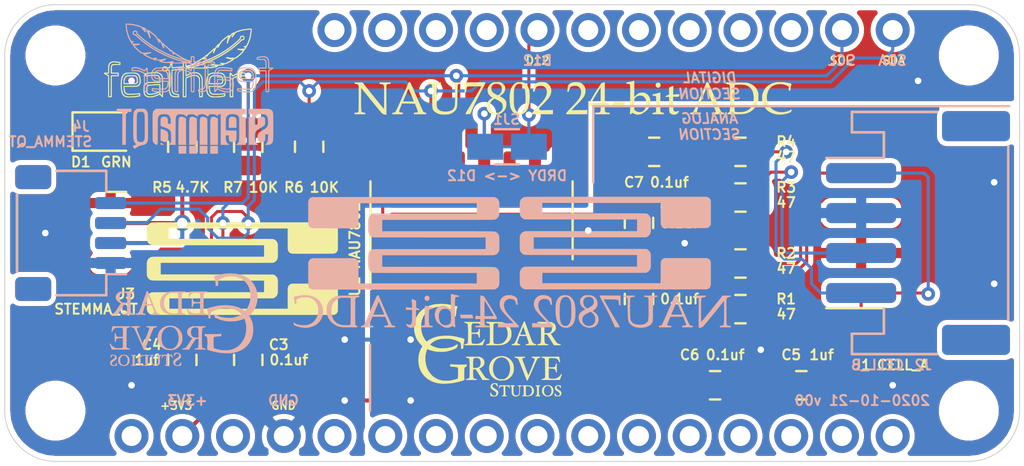
<source format=kicad_pcb>
(kicad_pcb (version 20171130) (host pcbnew "(5.1.6-0-10_14)")
  (title_block (title NAU7802_24-bit_ADC_FeatherWing) (date 2020-10-21) (rev v00) (company "Cedar Grove Studios"))
  (layers (0 F.Cu signal) (31 B.Cu signal) (34 B.Paste user hide) (35 F.Paste user hide) (36 B.SilkS user) (37 F.SilkS user) (38 B.Mask user hide) (39 F.Mask user hide) (44 Edge.Cuts user))
  (net 0 "")
  (net 1 GND)
  (net 2 +3V3)
  (net 3 "Net-(C7-Pad1)")
  (net 4 /SCL)
  (net 5 /SDA)
  (net 6 "Net-(U1-Pad10)")
  (net 7 "Net-(U1-Pad11)")
  (net 8 "Net-(M1-Pad1)")
  (net 9 "Net-(M1-Pad3)")
  (net 10 "Net-(M1-Pad5)")
  (net 11 "Net-(M1-Pad6)")
  (net 12 "Net-(M1-Pad7)")
  (net 13 "Net-(M1-Pad8)")
  (net 14 "Net-(M1-Pad9)")
  (net 15 "Net-(M1-Pad10)")
  (net 16 "Net-(M1-Pad11)")
  (net 17 "Net-(M1-Pad12)")
  (net 18 "Net-(M1-Pad13)")
  (net 19 "Net-(M1-Pad14)")
  (net 20 "Net-(M1-Pad15)")
  (net 21 "Net-(M1-Pad17)")
  (net 22 "Net-(M1-Pad18)")
  (net 23 "Net-(M1-Pad19)")
  (net 24 "Net-(M1-Pad20)")
  (net 25 "Net-(M1-Pad22)")
  (net 26 "Net-(M1-Pad23)")
  (net 27 "Net-(M1-Pad24)")
  (net 28 "Net-(M1-Pad25)")
  (net 29 "Net-(M1-Pad26)")
  (net 30 "Net-(D1-Pad2)")
  (net 31 /DRDY)
  (net 32 /A-)
  (net 33 /A+)
  (net 34 /B+)
  (net 35 /B-)
  (net 36 /AVDD)
  (net 37 /CELL_A-)
  (net 38 /CELL_A+)
  (net 39 /CELL_B+)
  (net 40 /CELL_B-)
  (net 41 "Net-(M1-Pad16)")
  (module Adafruit:NAU7802_STRAIN_LOGO_10x5mm (layer B.Cu) (at 148.209 102.108)
    (fp_text reference G*** hide)
    (fp_text value NAU7802_STRAIN_LOGO_10x5mm hide)
  )
  (module Adafruit:NAU7802_TEXT_LOGO_22_6x2_1mm (layer B.Cu) (at 153.67 105.537 180)
    (fp_text reference G*** hide)
    (fp_text value NAU7802_TEXT_LOGO_22_6x2_1mm hide)
  )
  (module Adafruit:NAU7802_STRAIN_LOGO_10x5mm (layer B.Cu) (at 158.877 102.108 180)
    (fp_text reference G*** hide)
    (fp_text value NAU7802_STRAIN_LOGO_10x5mm hide)
  )
  (module Adafruit:NAU7802_STRAIN_LOGO_10x5mm (layer F.Cu) (at 140.208 103.378 180)
    (fp_text reference G*** hide)
    (fp_text value NAU7802_STRAIN_LOGO_10x5mm hide)
  )
  (module Adafruit:NAU7802_TEXT_LOGO_22_6x2_1mm (layer F.Cu) (at 156.718 94.869)
    (fp_text reference G*** hide)
    (fp_text value NAU7802_TEXT_LOGO_22_6x2_1mm hide)
  )
  (module Package_SO:SOIC-16_3.9x9.9mm_P1.27mm (layer F.Cu) (at 151.638 100.965 90)
    (fp_text reference U1 (at -3.302 -5.842 270) (layer F.SilkS) (effects (font (size 0.5 0.5) (thickness 0.1))))
    (fp_text value NAU7802 (at -0.762 -5.842 270) (layer F.SilkS) (effects (font (size 0.5 0.5) (thickness 0.1))))
    (pad 16 smd roundrect (at 2.475 -4.445 90) (size 1.95 0.6) (layers F.Cu F.Paste F.Mask) (net 36 /AVDD))
    (pad 15 smd roundrect (at 2.475 -3.175 90) (size 1.95 0.6) (layers F.Cu F.Paste F.Mask) (net 2 +3V3))
    (pad 14 smd roundrect (at 2.475 -1.905 90) (size 1.95 0.6) (layers F.Cu F.Paste F.Mask) (net 5 /SDA))
    (pad 13 smd roundrect (at 2.475 -0.635 90) (size 1.95 0.6) (layers F.Cu F.Paste F.Mask) (net 4 /SCL))
    (pad 12 smd roundrect (at 2.475 0.635 90) (size 1.95 0.6) (layers F.Cu F.Paste F.Mask) (net 31 /DRDY))
    (pad 11 smd roundrect (at 2.475 1.905 90) (size 1.95 0.6) (layers F.Cu F.Paste F.Mask) (net 7 "Net-(U1-Pad11)"))
    (pad 10 smd roundrect (at 2.475 3.175 90) (size 1.95 0.6) (layers F.Cu F.Paste F.Mask) (net 6 "Net-(U1-Pad10)"))
    (pad 9 smd roundrect (at 2.475 4.445 90) (size 1.95 0.6) (layers F.Cu F.Paste F.Mask) (net 1 GND))
    (pad 8 smd roundrect (at -2.475 4.445 90) (size 1.95 0.6) (layers F.Cu F.Paste F.Mask) (net 1 GND))
    (pad 7 smd roundrect (at -2.475 3.175 90) (size 1.95 0.6) (layers F.Cu F.Paste F.Mask) (net 1 GND))
    (pad 6 smd roundrect (at -2.475 1.905 90) (size 1.95 0.6) (layers F.Cu F.Paste F.Mask) (net 3 "Net-(C7-Pad1)"))
    (pad 5 smd roundrect (at -2.475 0.635 90) (size 1.95 0.6) (layers F.Cu F.Paste F.Mask) (net 34 /B+))
    (pad 4 smd roundrect (at -2.475 -0.635 90) (size 1.95 0.6) (layers F.Cu F.Paste F.Mask) (net 35 /B-))
    (pad 3 smd roundrect (at -2.475 -1.905 90) (size 1.95 0.6) (layers F.Cu F.Paste F.Mask) (net 33 /A+))
    (pad 2 smd roundrect (at -2.475 -3.175 90) (size 1.95 0.6) (layers F.Cu F.Paste F.Mask) (net 32 /A-))
    (pad 1 smd roundrect (at -2.475 -4.445 90) (size 1.95 0.6) (layers F.Cu F.Paste F.Mask) (net 36 /AVDD))
  )
  (module "Adafruit:Adafruit Feather" (layer F.Cu) (at 153.67 101.6)
    (fp_text reference M1 hide)
    (fp_text value Feather_M4_Express hide)
    (pad 28 thru_hole circle (at 19.05 -10.16) (size 1.7 1.7) (drill 1) (layers *.Cu *.Mask) (net 5 /SDA))
    (pad 27 thru_hole circle (at 16.51 -10.16) (size 1.7 1.7) (drill 1) (layers *.Cu *.Mask) (net 4 /SCL))
    (pad 26 thru_hole circle (at 13.97 -10.16) (size 1.7 1.7) (drill 1) (layers *.Cu *.Mask) (net 29 "Net-(M1-Pad26)"))
    (pad 25 thru_hole circle (at 11.43 -10.16) (size 1.7 1.7) (drill 1) (layers *.Cu *.Mask) (net 28 "Net-(M1-Pad25)"))
    (pad 24 thru_hole circle (at 8.89 -10.16) (size 1.7 1.7) (drill 1) (layers *.Cu *.Mask) (net 27 "Net-(M1-Pad24)"))
    (pad 23 thru_hole circle (at 6.35 -10.16) (size 1.7 1.7) (drill 1) (layers *.Cu *.Mask) (net 26 "Net-(M1-Pad23)"))
    (pad 22 thru_hole circle (at 3.81 -10.16) (size 1.7 1.7) (drill 1) (layers *.Cu *.Mask) (net 25 "Net-(M1-Pad22)"))
    (pad 21 thru_hole circle (at 1.27 -10.16) (size 1.7 1.7) (drill 1) (layers *.Cu *.Mask) (net 31 /DRDY))
    (pad 20 thru_hole circle (at -1.27 -10.16) (size 1.7 1.7) (drill 1) (layers *.Cu *.Mask) (net 24 "Net-(M1-Pad20)"))
    (pad 19 thru_hole circle (at -3.81 -10.16) (size 1.7 1.7) (drill 1) (layers *.Cu *.Mask) (net 23 "Net-(M1-Pad19)"))
    (pad 18 thru_hole circle (at -6.35 -10.16) (size 1.7 1.7) (drill 1) (layers *.Cu *.Mask) (net 22 "Net-(M1-Pad18)"))
    (pad 17 thru_hole circle (at -8.89 -10.16) (size 1.7 1.7) (drill 1) (layers *.Cu *.Mask) (net 21 "Net-(M1-Pad17)"))
    (pad 16 thru_hole circle (at 19.05 10.16) (size 1.7 1.7) (drill 1) (layers *.Cu *.Mask) (net 41 "Net-(M1-Pad16)"))
    (pad 15 thru_hole circle (at 16.51 10.16) (size 1.7 1.7) (drill 1) (layers *.Cu *.Mask) (net 20 "Net-(M1-Pad15)"))
    (pad 14 thru_hole circle (at 13.97 10.16) (size 1.7 1.7) (drill 1) (layers *.Cu *.Mask) (net 19 "Net-(M1-Pad14)"))
    (pad 13 thru_hole circle (at 11.43 10.16) (size 1.7 1.7) (drill 1) (layers *.Cu *.Mask) (net 18 "Net-(M1-Pad13)"))
    (pad 12 thru_hole circle (at 8.89 10.16) (size 1.7 1.7) (drill 1) (layers *.Cu *.Mask) (net 17 "Net-(M1-Pad12)"))
    (pad 11 thru_hole circle (at 6.35 10.16) (size 1.7 1.7) (drill 1) (layers *.Cu *.Mask) (net 16 "Net-(M1-Pad11)"))
    (pad 10 thru_hole circle (at 3.81 10.16) (size 1.7 1.7) (drill 1) (layers *.Cu *.Mask) (net 15 "Net-(M1-Pad10)"))
    (pad 9 thru_hole circle (at 1.27 10.16) (size 1.7 1.7) (drill 1) (layers *.Cu *.Mask) (net 14 "Net-(M1-Pad9)"))
    (pad 8 thru_hole circle (at -1.27 10.16) (size 1.7 1.7) (drill 1) (layers *.Cu *.Mask) (net 13 "Net-(M1-Pad8)"))
    (pad 7 thru_hole circle (at -3.81 10.16) (size 1.7 1.7) (drill 1) (layers *.Cu *.Mask) (net 12 "Net-(M1-Pad7)"))
    (pad 6 thru_hole circle (at -6.35 10.16) (size 1.7 1.7) (drill 1) (layers *.Cu *.Mask) (net 11 "Net-(M1-Pad6)"))
    (pad 5 thru_hole circle (at -8.89 10.16) (size 1.7 1.7) (drill 1) (layers *.Cu *.Mask) (net 10 "Net-(M1-Pad5)"))
    (pad 4 thru_hole circle (at -11.43 10.16) (size 1.7 1.7) (drill 1) (layers *.Cu *.Mask) (net 1 GND))
    (pad 3 thru_hole circle (at -13.97 10.16) (size 1.7 1.7) (drill 1) (layers *.Cu *.Mask) (net 9 "Net-(M1-Pad3)"))
    (pad 2 thru_hole circle (at -16.51 10.16) (size 1.7 1.7) (drill 1) (layers *.Cu *.Mask) (net 2 +3V3))
    (pad 1 thru_hole circle (at -19.05 10.16) (size 1.7 1.7) (drill 1) (layers *.Cu *.Mask) (net 8 "Net-(M1-Pad1)"))
  )
  (module Adafruit:CedarGroveStudios_TEXT_LOGO_8x5_4mm (layer F.Cu) (at 152.527 107.442)
    (fp_text reference G*** hide)
    (fp_text value LOGO hide)
  )
  (module Adafruit:CedarGroveStudios_TEXT_LOGO_8x5_4mm (layer B.Cu) (at 137.16 105.918 180)
    (fp_text reference G*** hide)
    (fp_text value LOGO hide)
  )
  (module Adafruit:Feather_LOGO_8x4mm (layer B.Cu) (at 138.049 92.71 180)
    (fp_text reference G*** hide)
    (fp_text value Feather_LOGO_8x4mm hide)
  )
  (module Adafruit:STEMMA-QT_LOGO_8x2_5mm (layer B.Cu) (at 137.795 96.52 180)
    (fp_text reference G*** hide)
    (fp_text value STEMMA-QT_LOGO_8x2_5mm hide)
  )
  (module Adafruit:Feather_LOGO_8x4mm (layer F.Cu) (at 136.906 92.964)
    (fp_text reference G*** hide)
    (fp_text value Feather_LOGO_8x4mm hide)
  )
  (module MountingHole:MountingHole_2.5mm (layer F.Cu) (at 130.81 110.49)
    (fp_text reference REF** hide)
    (fp_text value MountingHole_2.5mm hide)
    (pad 1 np_thru_hole circle (at 0 0) (size 2.5 2.5) (drill 2.5) (layers *.Cu *.Mask))
  )
  (module MountingHole:MountingHole_2.5mm (layer F.Cu) (at 176.53 92.71)
    (fp_text reference REF** hide)
    (fp_text value MountingHole_2.5mm hide)
    (pad 1 np_thru_hole circle (at 0 0) (size 2.5 2.5) (drill 2.5) (layers *.Cu *.Mask))
  )
  (module MountingHole:MountingHole_2.5mm (layer F.Cu) (at 176.53 110.49)
    (fp_text reference e hide)
    (fp_text value MountingHole_2.5mm hide)
    (pad 1 np_thru_hole circle (at 0 0) (size 2.5 2.5) (drill 2.5) (layers *.Cu *.Mask))
  )
  (module MountingHole:MountingHole_2.5mm (layer F.Cu) (at 130.81 92.71)
    (fp_text reference REF** hide)
    (fp_text value MountingHole_2.5mm hide)
    (pad 1 np_thru_hole circle (at 0 0) (size 2.5 2.5) (drill 2.5) (layers *.Cu *.Mask))
  )
  (module Capacitor_SMD:C_0805_2012Metric (layer F.Cu) (at 160.02 104.902 90)
    (fp_text reference C1 (at 0.762 1.524 180) (layer F.SilkS) (effects (font (size 0.5 0.5) (thickness 0.1))))
    (fp_text value 0.1uf (at 0 2.032 180) (layer F.SilkS) (effects (font (size 0.5 0.5) (thickness 0.1))))
    (pad 1 smd roundrect (at -0.9375 0 90) (size 0.975 1.4) (layers F.Cu F.Paste F.Mask) (net 32 /A-))
    (pad 2 smd roundrect (at 0.9375 0 90) (size 0.975 1.4) (layers F.Cu F.Paste F.Mask) (net 33 /A+))
  )
  (module Capacitor_SMD:C_0805_2012Metric (layer F.Cu) (at 160.02 101.092 90)
    (fp_text reference C2 (at 0.762 1.524 180) (layer F.SilkS) (effects (font (size 0.5 0.5) (thickness 0.1))))
    (fp_text value 0.1uf (at 0 2.032 180) (layer F.SilkS) (effects (font (size 0.5 0.5) (thickness 0.1))))
    (pad 2 smd roundrect (at 0.9375 0 90) (size 0.975 1.4) (layers F.Cu F.Paste F.Mask) (net 34 /B+))
    (pad 1 smd roundrect (at -0.9375 0 90) (size 0.975 1.4) (layers F.Cu F.Paste F.Mask) (net 35 /B-))
  )
  (module Capacitor_SMD:C_0805_2012Metric (layer F.Cu) (at 140.462 107.95 270)
    (fp_text reference C3 (at -0.762 -1.524 180) (layer F.SilkS) (effects (font (size 0.5 0.5) (thickness 0.1))))
    (fp_text value 0.1uf (at 0 -2.032 180) (layer F.SilkS) (effects (font (size 0.5 0.5) (thickness 0.1))))
    (pad 2 smd roundrect (at 0.9375 0 270) (size 0.975 1.4) (layers F.Cu F.Paste F.Mask) (net 1 GND))
    (pad 1 smd roundrect (at -0.9375 0 270) (size 0.975 1.4) (layers F.Cu F.Paste F.Mask) (net 2 +3V3))
  )
  (module Capacitor_SMD:C_0805_2012Metric (layer F.Cu) (at 137.16 107.95 270)
    (fp_text reference C4 (at -0.762 1.524 180) (layer F.SilkS) (effects (font (size 0.5 0.5) (thickness 0.1))))
    (fp_text value 1uf (at 0 1.778 180) (layer F.SilkS) (effects (font (size 0.5 0.5) (thickness 0.1))))
    (pad 1 smd roundrect (at -0.9375 0 270) (size 0.975 1.4) (layers F.Cu F.Paste F.Mask) (net 2 +3V3))
    (pad 2 smd roundrect (at 0.9375 0 270) (size 0.975 1.4) (layers F.Cu F.Paste F.Mask) (net 1 GND))
  )
  (module Capacitor_SMD:C_0805_2012Metric (layer F.Cu) (at 168.148 109.22)
    (fp_text reference C5 (at -0.508 -1.524) (layer F.SilkS) (effects (font (size 0.5 0.5) (thickness 0.1))))
    (fp_text value 1uf (at 1.016 -1.524) (layer F.SilkS) (effects (font (size 0.5 0.5) (thickness 0.1))))
    (pad 2 smd roundrect (at 0.9375 0) (size 0.975 1.4) (layers F.Cu F.Paste F.Mask) (net 1 GND))
    (pad 1 smd roundrect (at -0.9375 0) (size 0.975 1.4) (layers F.Cu F.Paste F.Mask) (net 36 /AVDD))
  )
  (module Capacitor_SMD:C_0805_2012Metric (layer F.Cu) (at 163.83 109.22 180)
    (fp_text reference C6 (at 1.27 1.524) (layer F.SilkS) (effects (font (size 0.5 0.5) (thickness 0.1))))
    (fp_text value 0.1uf (at -0.508 1.524) (layer F.SilkS) (effects (font (size 0.5 0.5) (thickness 0.1))))
    (pad 1 smd roundrect (at -0.9375 0 180) (size 0.975 1.4) (layers F.Cu F.Paste F.Mask) (net 36 /AVDD))
    (pad 2 smd roundrect (at 0.9375 0 180) (size 0.975 1.4) (layers F.Cu F.Paste F.Mask) (net 1 GND))
  )
  (module Capacitor_SMD:C_0805_2012Metric (layer F.Cu) (at 160.782 97.536)
    (fp_text reference C7 (at -1.016 1.524) (layer F.SilkS) (effects (font (size 0.5 0.5) (thickness 0.1))))
    (fp_text value 0.1uf (at 0.762 1.524) (layer F.SilkS) (effects (font (size 0.5 0.5) (thickness 0.1))))
    (pad 1 smd roundrect (at -0.9375 0) (size 0.975 1.4) (layers F.Cu F.Paste F.Mask) (net 3 "Net-(C7-Pad1)"))
    (pad 2 smd roundrect (at 0.9375 0) (size 0.975 1.4) (layers F.Cu F.Paste F.Mask) (net 1 GND))
  )
  (module LED_SMD:LED_0805_2012Metric (layer F.Cu) (at 133.35 96.52)
    (fp_text reference D1 (at -1.27 1.524) (layer F.SilkS) (effects (font (size 0.5 0.5) (thickness 0.1))))
    (fp_text value GRN (at 0.508 1.524) (layer F.SilkS) (effects (font (size 0.5 0.5) (thickness 0.1))))
    (pad 1 smd roundrect (at -0.9375 0) (size 0.975 1.4) (layers F.Cu F.Paste F.Mask) (net 1 GND))
    (pad 2 smd roundrect (at 0.9375 0) (size 0.975 1.4) (layers F.Cu F.Paste F.Mask) (net 30 "Net-(D1-Pad2)"))
  )
  (module Connector_JST:JST_PH_S4B-PH-SM4-TB_1x04-1MP_P2.00mm_Horizontal (layer F.Cu) (at 173.99 101.6 90)
    (fp_text reference J1 (at -6.604 -2.794 180) (layer F.SilkS) (effects (font (size 0.5 0.5) (thickness 0.1))))
    (fp_text value CELL_A (at -6.604 -0.762 180) (layer F.SilkS) (effects (font (size 0.5 0.5) (thickness 0.1))))
    (pad 1 smd roundrect (at -3 -2.85 90) (size 1 3.5) (layers F.Cu F.Paste F.Mask) (net 36 /AVDD))
    (pad 2 smd roundrect (at -1 -2.85 90) (size 1 3.5) (layers F.Cu F.Paste F.Mask) (net 1 GND))
    (pad 3 smd roundrect (at 1 -2.85 90) (size 1 3.5) (layers F.Cu F.Paste F.Mask) (net 37 /CELL_A-))
    (pad 4 smd roundrect (at 3 -2.85 90) (size 1 3.5) (layers F.Cu F.Paste F.Mask) (net 38 /CELL_A+))
    (pad MP smd roundrect (at -5.35 2.9 90) (size 1.5 3.4) (layers F.Cu F.Paste F.Mask) (roundrect_rratio 0.166667))
    (pad MP smd roundrect (at 5.35 2.9 90) (size 1.5 3.4) (layers F.Cu F.Paste F.Mask) (roundrect_rratio 0.166667))
  )
  (module Connector_JST:JST_PH_S4B-PH-SM4-TB_1x04-1MP_P2.00mm_Horizontal (layer B.Cu) (at 173.99 101.6 270)
    (fp_text reference J2 (at 6.604 -0.254) (layer B.SilkS) (effects (font (size 0.5 0.5) (thickness 0.1)) (justify mirror)))
    (fp_text value CELL_B (at 6.604 2.032) (layer B.SilkS) (effects (font (size 0.5 0.5) (thickness 0.1)) (justify mirror)))
    (pad MP smd roundrect (at 5.35 -2.9 270) (size 1.5 3.4) (layers B.Cu B.Paste B.Mask) (roundrect_rratio 0.166667))
    (pad MP smd roundrect (at -5.35 -2.9 270) (size 1.5 3.4) (layers B.Cu B.Paste B.Mask) (roundrect_rratio 0.166667))
    (pad 4 smd roundrect (at 3 2.85 270) (size 1 3.5) (layers B.Cu B.Paste B.Mask) (net 39 /CELL_B+))
    (pad 3 smd roundrect (at 1 2.85 270) (size 1 3.5) (layers B.Cu B.Paste B.Mask) (net 40 /CELL_B-))
    (pad 2 smd roundrect (at -1 2.85 270) (size 1 3.5) (layers B.Cu B.Paste B.Mask) (net 1 GND))
    (pad 1 smd roundrect (at -3 2.85 270) (size 1 3.5) (layers B.Cu B.Paste B.Mask) (net 36 /AVDD))
  )
  (module Connector_JST:JST_SH_SM04B-SRSS-TB_1x04-1MP_P1.00mm_Horizontal (layer F.Cu) (at 131.572 101.6 270)
    (fp_text reference J3 (at 3.048 -2.794 180) (layer F.SilkS) (effects (font (size 0.5 0.5) (thickness 0.1))))
    (fp_text value STEMMA_QT (at 3.81 -1.27 180) (layer F.SilkS) (effects (font (size 0.5 0.5) (thickness 0.1))))
    (pad 1 smd roundrect (at -1.5 -2 270) (size 0.6 1.55) (layers F.Cu F.Paste F.Mask) (net 1 GND))
    (pad 2 smd roundrect (at -0.5 -2 270) (size 0.6 1.55) (layers F.Cu F.Paste F.Mask) (net 2 +3V3))
    (pad 3 smd roundrect (at 0.5 -2 270) (size 0.6 1.55) (layers F.Cu F.Paste F.Mask) (net 5 /SDA))
    (pad 4 smd roundrect (at 1.5 -2 270) (size 0.6 1.55) (layers F.Cu F.Paste F.Mask) (net 4 /SCL))
    (pad MP smd roundrect (at -2.8 1.875 270) (size 1.2 1.8) (layers F.Cu F.Paste F.Mask) (roundrect_rratio 0.208333))
    (pad MP smd roundrect (at 2.8 1.875 270) (size 1.2 1.8) (layers F.Cu F.Paste F.Mask) (roundrect_rratio 0.208333))
  )
  (module Resistor_SMD:R_0805_2012Metric (layer F.Cu) (at 165.1 105.41)
    (fp_text reference R1 (at 2.286 -0.508) (layer F.SilkS) (effects (font (size 0.5 0.5) (thickness 0.1))))
    (fp_text value 47 (at 2.286 0.254) (layer F.SilkS) (effects (font (size 0.5 0.5) (thickness 0.1))))
    (pad 1 smd roundrect (at -0.9375 0) (size 0.975 1.4) (layers F.Cu F.Paste F.Mask) (net 32 /A-))
    (pad 2 smd roundrect (at 0.9375 0) (size 0.975 1.4) (layers F.Cu F.Paste F.Mask) (net 37 /CELL_A-))
  )
  (module Resistor_SMD:R_0805_2012Metric (layer F.Cu) (at 165.1 103.124)
    (fp_text reference R2 (at 2.286 -0.508) (layer F.SilkS) (effects (font (size 0.5 0.5) (thickness 0.1))))
    (fp_text value 47 (at 2.286 0.254) (layer F.SilkS) (effects (font (size 0.5 0.5) (thickness 0.1))))
    (pad 2 smd roundrect (at 0.9375 0) (size 0.975 1.4) (layers F.Cu F.Paste F.Mask) (net 38 /CELL_A+))
    (pad 1 smd roundrect (at -0.9375 0) (size 0.975 1.4) (layers F.Cu F.Paste F.Mask) (net 33 /A+))
  )
  (module Resistor_SMD:R_0805_2012Metric (layer F.Cu) (at 165.1 99.822)
    (fp_text reference R3 (at 2.286 -0.508) (layer F.SilkS) (effects (font (size 0.5 0.5) (thickness 0.1))))
    (fp_text value 47 (at 2.286 0.254) (layer F.SilkS) (effects (font (size 0.5 0.5) (thickness 0.1))))
    (pad 1 smd roundrect (at -0.9375 0) (size 0.975 1.4) (layers F.Cu F.Paste F.Mask) (net 35 /B-))
    (pad 2 smd roundrect (at 0.9375 0) (size 0.975 1.4) (layers F.Cu F.Paste F.Mask) (net 40 /CELL_B-))
  )
  (module Resistor_SMD:R_0805_2012Metric (layer F.Cu) (at 165.1 97.536)
    (fp_text reference R4 (at 2.286 -0.508) (layer F.SilkS) (effects (font (size 0.5 0.5) (thickness 0.1))))
    (fp_text value 47 (at 2.286 0.254) (layer F.SilkS) (effects (font (size 0.5 0.5) (thickness 0.1))))
    (pad 2 smd roundrect (at 0.9375 0) (size 0.975 1.4) (layers F.Cu F.Paste F.Mask) (net 39 /CELL_B+))
    (pad 1 smd roundrect (at -0.9375 0) (size 0.975 1.4) (layers F.Cu F.Paste F.Mask) (net 34 /B+))
  )
  (module Resistor_SMD:R_0805_2012Metric (layer F.Cu) (at 137.16 97.282 270)
    (fp_text reference R5 (at 2.032 1.016 180) (layer F.SilkS) (effects (font (size 0.5 0.5) (thickness 0.1))))
    (fp_text value 4.7K (at 2.032 -0.508 180) (layer F.SilkS) (effects (font (size 0.5 0.5) (thickness 0.1))))
    (pad 1 smd roundrect (at -0.9375 0 270) (size 0.975 1.4) (layers F.Cu F.Paste F.Mask) (net 30 "Net-(D1-Pad2)"))
    (pad 2 smd roundrect (at 0.9375 0 270) (size 0.975 1.4) (layers F.Cu F.Paste F.Mask) (net 2 +3V3))
  )
  (module Resistor_SMD:R_0805_2012Metric (layer F.Cu) (at 143.51 97.282 270)
    (fp_text reference R6 (at 2.032 0.762 180) (layer F.SilkS) (effects (font (size 0.5 0.5) (thickness 0.1))))
    (fp_text value 10K (at 2.032 -0.762 180) (layer F.SilkS) (effects (font (size 0.5 0.5) (thickness 0.1))))
    (pad 1 smd roundrect (at -0.9375 0 270) (size 0.975 1.4) (layers F.Cu F.Paste F.Mask) (net 5 /SDA))
    (pad 2 smd roundrect (at 0.9375 0 270) (size 0.975 1.4) (layers F.Cu F.Paste F.Mask) (net 2 +3V3))
  )
  (module Resistor_SMD:R_0805_2012Metric (layer F.Cu) (at 140.462 97.282 270)
    (fp_text reference R7 (at 2.032 0.762 180) (layer F.SilkS) (effects (font (size 0.5 0.5) (thickness 0.1))))
    (fp_text value 10K (at 2.032 -0.762 180) (layer F.SilkS) (effects (font (size 0.5 0.5) (thickness 0.1))))
    (pad 2 smd roundrect (at 0.9375 0 270) (size 0.975 1.4) (layers F.Cu F.Paste F.Mask) (net 2 +3V3))
    (pad 1 smd roundrect (at -0.9375 0 270) (size 0.975 1.4) (layers F.Cu F.Paste F.Mask) (net 4 /SCL))
  )
  (module Connector_JST:JST_SH_SM04B-SRSS-TB_1x04-1MP_P1.00mm_Horizontal (layer B.Cu) (at 131.572 101.6 90)
    (fp_text reference J4 (at 5.334 0.508 180) (layer B.SilkS) (effects (font (size 0.5 0.5) (thickness 0.1)) (justify mirror)))
    (fp_text value STEMMA_QT (at 4.572 -1.016 180) (layer B.SilkS) (effects (font (size 0.5 0.5) (thickness 0.1)) (justify mirror)))
    (pad 1 smd roundrect (at -1.5 2 90) (size 0.6 1.55) (layers B.Cu B.Paste B.Mask) (net 1 GND))
    (pad 2 smd roundrect (at -0.5 2 90) (size 0.6 1.55) (layers B.Cu B.Paste B.Mask) (net 2 +3V3))
    (pad 3 smd roundrect (at 0.5 2 90) (size 0.6 1.55) (layers B.Cu B.Paste B.Mask) (net 5 /SDA))
    (pad 4 smd roundrect (at 1.5 2 90) (size 0.6 1.55) (layers B.Cu B.Paste B.Mask) (net 4 /SCL))
    (pad MP smd roundrect (at -2.8 -1.875 90) (size 1.2 1.8) (layers B.Cu B.Paste B.Mask) (roundrect_rratio 0.208333))
    (pad MP smd roundrect (at 2.8 -1.875 90) (size 1.2 1.8) (layers B.Cu B.Paste B.Mask) (roundrect_rratio 0.208333))
  )
  (module Adafruit:0805_Solder_Jumper (layer B.Cu) (at 153.416 97.282 180)
    (fp_text reference SJ1 (at 0.0254 1.3716 180) (layer B.SilkS) (effects (font (size 0.5 0.5) (thickness 0.1)) (justify mirror)))
    (fp_text value "DRDY <-> D12" (at 0 -1.4478 180) (layer B.SilkS) (effects (font (size 0.5 0.5) (thickness 0.1)) (justify mirror)))
    (pad 2 smd rect (at 1.0922 0 180) (size 1.8 1.3) (layers B.Cu B.Paste B.Mask) (net 31 /DRDY))
    (pad 1 smd rect (at -1.0922 0 180) (size 1.8 1.3) (layers B.Cu B.Paste B.Mask) (net 31 /DRDY))
  )
  (gr_text "+3V3             GND" (at 139.446 110.236) (layer F.SilkS) (effects (font (size 0.4 0.4) (thickness 0.08))))
  (gr_text D12 (at 154.94 92.964) (layer F.SilkS) (effects (font (size 0.4 0.4) (thickness 0.08))))
  (gr_text D12 (at 154.94 92.964) (layer B.SilkS) (effects (font (size 0.5 0.5) (thickness 0.1)) (justify mirror)))
  (gr_text "GND        +3V3" (at 139.7 109.982) (layer B.SilkS) (effects (font (size 0.5 0.5) (thickness 0.1)) (justify mirror)))
  (gr_text "SCL     SDA" (at 171.45 92.964) (layer F.SilkS) (effects (font (size 0.4 0.4) (thickness 0.08))))
  (gr_text "SDA   SCL" (at 171.45 92.964) (layer B.SilkS) (effects (font (size 0.5 0.5) (thickness 0.1)) (justify mirror)))
  (gr_text "DIGITAL\nSECTION" (at 163.576 94.234) (layer B.SilkS) (effects (font (size 0.5 0.5) (thickness 0.1) italic) (justify mirror)))
  (gr_text "ANALOG\nSECTION" (at 163.576 96.266) (layer B.SilkS) (effects (font (size 0.5 0.5) (thickness 0.1) italic) (justify mirror)))
  (gr_line (start 157.734 95.25) (end 178.562 95.25) (layer B.SilkS) (width 0.12))
  (gr_line (start 157.734 99.06) (end 157.734 95.25) (layer B.SilkS) (width 0.12))
  (gr_line (start 146.558 110.49) (end 146.558 107.188) (layer B.SilkS) (width 0.12))
  (gr_text "2020-10-21 v00" (at 171.196 109.982) (layer B.SilkS) (effects (font (size 0.5 0.5) (thickness 0.1)) (justify mirror)))
  (gr_arc (start 130.81 92.71) (end 130.81 90.17) (angle -90) (layer Edge.Cuts) (width 0.05))
  (gr_arc (start 130.81 110.49) (end 128.27 110.49) (angle -90) (layer Edge.Cuts) (width 0.05))
  (gr_arc (start 176.53 110.49) (end 176.53 113.03) (angle -90) (layer Edge.Cuts) (width 0.05))
  (gr_arc (start 176.53 92.71) (end 179.07 92.71) (angle -90) (layer Edge.Cuts) (width 0.05))
  (gr_line (start 128.27 110.49) (end 128.27 92.71) (layer Edge.Cuts) (width 0.05))
  (gr_line (start 176.53 113.03) (end 130.81 113.03) (layer Edge.Cuts) (width 0.05))
  (gr_line (start 179.07 92.71) (end 179.07 110.49) (layer Edge.Cuts) (width 0.05))
  (gr_line (start 130.81 90.17) (end 176.53 90.17) (layer Edge.Cuts) (width 0.05))
  (via (at 145.288 109.982) (size 0.6858) (drill 0.3302) (layers F.Cu B.Cu) (net 1))
  (via (at 130.302 101.6) (size 0.6858) (drill 0.3302) (layers F.Cu B.Cu) (net 1))
  (via (at 177.8 104.14) (size 0.6858) (drill 0.3302) (layers F.Cu B.Cu) (net 1))
  (via (at 177.8 99.06) (size 0.6858) (drill 0.3302) (layers F.Cu B.Cu) (net 1))
  (via (at 173.99 93.98) (size 0.6858) (drill 0.3302) (layers F.Cu B.Cu) (net 1))
  (via (at 134.62 93.98) (size 0.6858) (drill 0.3302) (layers F.Cu B.Cu) (net 1))
  (via (at 134.62 109.22) (size 0.6858) (drill 0.3302) (layers F.Cu B.Cu) (net 1))
  (via (at 172.72 109.22) (size 0.6858) (drill 0.3302) (layers F.Cu B.Cu) (net 1))
  (via (at 157.48 101.473) (size 0.6858) (drill 0.3302) (layers F.Cu B.Cu) (net 1))
  (via (at 148.59 106.934) (size 0.6858) (drill 0.3302) (layers F.Cu B.Cu) (net 1))
  (via (at 148.59 109.982) (size 0.6858) (drill 0.3302) (layers F.Cu B.Cu) (net 1))
  (via (at 145.288 106.934) (size 0.6858) (drill 0.3302) (layers F.Cu B.Cu) (net 1))
  (via (at 166.116 107.442) (size 0.6858) (drill 0.3302) (layers F.Cu B.Cu) (net 1))
  (via (at 162.306 102.108) (size 0.6858) (drill 0.3302) (layers F.Cu B.Cu) (net 1))
  (segment (start 145.288 106.934) (end 148.59 106.934) (width 0.2032) (layer B.Cu) (net 1))
  (segment (start 145.288 109.982) (end 148.59 109.982) (width 0.2032) (layer F.Cu) (net 1))
  (segment (start 137.16 98.2195) (end 140.462 98.2195) (width 0.2032) (layer F.Cu) (net 2))
  (segment (start 140.462 98.2195) (end 143.51 98.2195) (width 0.2032) (layer F.Cu) (net 2))
  (segment (start 143.51 98.2195) (end 144.8585 98.2195) (width 0.2032) (layer F.Cu) (net 2))
  (segment (start 144.8585 98.2195) (end 145.034 98.044) (width 0.2032) (layer F.Cu) (net 2))
  (segment (start 145.034 98.044) (end 145.034 96.012) (width 0.2032) (layer F.Cu) (net 2))
  (segment (start 145.034 96.012) (end 145.542 95.504) (width 0.2032) (layer F.Cu) (net 2))
  (segment (start 145.542 95.504) (end 148.082 95.504) (width 0.2032) (layer F.Cu) (net 2))
  (segment (start 148.468 95.89) (end 148.468 97.434) (width 0.2032) (layer F.Cu) (net 2))
  (segment (start 148.082 95.504) (end 148.468 95.89) (width 0.2032) (layer F.Cu) (net 2))
  (segment (start 137.16 107.0125) (end 140.462 107.0125) (width 0.2032) (layer F.Cu) (net 2))
  (segment (start 140.462 107.0125) (end 142.9235 107.0125) (width 0.2032) (layer F.Cu) (net 2))
  (segment (start 143.51 106.426) (end 143.51 98.2195) (width 0.2032) (layer F.Cu) (net 2))
  (segment (start 142.9235 107.0125) (end 143.51 106.426) (width 0.2032) (layer F.Cu) (net 2))
  (segment (start 137.16 111.76) (end 138.938 109.982) (width 0.2032) (layer F.Cu) (net 2))
  (segment (start 138.938 109.982) (end 138.938 107.696) (width 0.2032) (layer F.Cu) (net 2))
  (segment (start 139.6215 107.0125) (end 140.462 107.0125) (width 0.2032) (layer F.Cu) (net 2))
  (segment (start 138.938 107.696) (end 139.6215 107.0125) (width 0.2032) (layer F.Cu) (net 2))
  (segment (start 137.16 101.346) (end 137.16 101.346) (width 0.2032) (layer B.Cu) (net 2))
  (via (at 137.16 101.092) (size 0.8128) (drill 0.508) (layers F.Cu B.Cu) (net 2))
  (segment (start 137.16 101.854) (end 137.16 101.092) (width 0.2032) (layer B.Cu) (net 2))
  (segment (start 136.914 102.1) (end 137.16 101.854) (width 0.2032) (layer B.Cu) (net 2))
  (segment (start 137.16 101.092) (end 137.16 98.2195) (width 0.2032) (layer F.Cu) (net 2))
  (segment (start 137.152 101.1) (end 137.16 101.092) (width 0.2032) (layer F.Cu) (net 2))
  (segment (start 133.572 101.1) (end 136.152 101.1) (width 0.2032) (layer F.Cu) (net 2))
  (segment (start 136.152 101.1) (end 137.152 101.1) (width 0.2032) (layer F.Cu) (net 2))
  (segment (start 134.08 101.1) (end 136.152 101.1) (width 0.2032) (layer F.Cu) (net 2))
  (segment (start 133.572 102.1) (end 135.12 102.1) (width 0.2032) (layer B.Cu) (net 2))
  (segment (start 135.12 102.1) (end 136.914 102.1) (width 0.2032) (layer B.Cu) (net 2))
  (segment (start 134.08 102.1) (end 135.12 102.1) (width 0.2032) (layer B.Cu) (net 2))
  (segment (start 148.463 97.439) (end 148.468 97.434) (width 0.2032) (layer F.Cu) (net 2))
  (segment (start 148.463 98.49) (end 148.463 97.439) (width 0.2032) (layer F.Cu) (net 2))
  (segment (start 153.97476 105.46076) (end 153.548 105.034) (width 0.1524) (layer F.Cu) (net 3))
  (segment (start 158.75 101.676934) (end 158.394381 102.032553) (width 0.1524) (layer F.Cu) (net 3))
  (segment (start 159.8445 97.536) (end 159.258 97.536) (width 0.1524) (layer F.Cu) (net 3))
  (segment (start 158.394381 102.032553) (end 158.39438 104.064554) (width 0.1524) (layer F.Cu) (net 3))
  (segment (start 158.75 99.822) (end 158.75 101.676934) (width 0.1524) (layer F.Cu) (net 3))
  (segment (start 158.39438 104.064554) (end 158.089571 104.369363) (width 0.1524) (layer F.Cu) (net 3))
  (segment (start 159.004 99.568) (end 158.75 99.822) (width 0.1524) (layer F.Cu) (net 3))
  (segment (start 159.004 97.79) (end 159.004 99.568) (width 0.1524) (layer F.Cu) (net 3))
  (segment (start 159.258 97.536) (end 159.004 97.79) (width 0.1524) (layer F.Cu) (net 3))
  (segment (start 158.089571 104.369363) (end 158.08957 105.05443) (width 0.1524) (layer F.Cu) (net 3))
  (segment (start 158.08957 105.05443) (end 157.68324 105.46076) (width 0.1524) (layer F.Cu) (net 3))
  (segment (start 157.68324 105.46076) (end 153.97476 105.46076) (width 0.1524) (layer F.Cu) (net 3))
  (segment (start 153.548 103.445) (end 153.543 103.44) (width 0.1524) (layer F.Cu) (net 3))
  (segment (start 153.548 105.034) (end 153.548 103.445) (width 0.1524) (layer F.Cu) (net 3))
  (via (at 150.876 93.726) (size 0.6858) (drill 0.3302) (layers F.Cu B.Cu) (net 4))
  (segment (start 170.18 92.964) (end 169.418 93.726) (width 0.1524) (layer B.Cu) (net 4))
  (segment (start 170.18 91.44) (end 170.18 92.964) (width 0.1524) (layer B.Cu) (net 4))
  (segment (start 150.876 93.726) (end 169.418 93.726) (width 0.1524) (layer B.Cu) (net 4))
  (segment (start 150.876 93.726) (end 140.462 93.726) (width 0.1524) (layer B.Cu) (net 4))
  (segment (start 140.462 96.3445) (end 140.462 93.726) (width 0.1524) (layer F.Cu) (net 4))
  (segment (start 140.462 93.726) (end 140.462 93.726) (width 0.1524) (layer F.Cu) (net 4))
  (via (at 140.462 93.726) (size 0.6858) (drill 0.3302) (layers F.Cu B.Cu) (net 4))
  (via (at 139.192 101.092) (size 0.6858) (drill 0.3302) (layers F.Cu B.Cu) (net 4))
  (segment (start 140.438 93.75) (end 140.462 93.726) (width 0.1524) (layer B.Cu) (net 4))
  (segment (start 150.998 93.848) (end 150.876 93.726) (width 0.1524) (layer F.Cu) (net 4))
  (segment (start 150.998 97.434) (end 150.998 93.848) (width 0.1524) (layer F.Cu) (net 4))
  (segment (start 134.104 100.076) (end 134.08 100.1) (width 0.1524) (layer B.Cu) (net 4))
  (segment (start 136.10119 102.40481) (end 138.641191 102.404809) (width 0.1524) (layer F.Cu) (net 4))
  (segment (start 139.192 101.854) (end 139.192 101.092) (width 0.1524) (layer F.Cu) (net 4))
  (segment (start 138.641191 102.404809) (end 139.192 101.854) (width 0.1524) (layer F.Cu) (net 4))
  (segment (start 135.406 103.1) (end 136.10119 102.40481) (width 0.1524) (layer F.Cu) (net 4))
  (segment (start 139.192 101.092) (end 139.192 100.838) (width 0.1524) (layer B.Cu) (net 4))
  (segment (start 140.462 99.822) (end 140.462 99.314) (width 0.1524) (layer B.Cu) (net 4))
  (segment (start 140.462 99.568) (end 140.462 99.314) (width 0.1524) (layer B.Cu) (net 4))
  (segment (start 140.184 100.1) (end 140.208 100.076) (width 0.1524) (layer B.Cu) (net 4))
  (segment (start 140.208 100.076) (end 140.462 99.822) (width 0.1524) (layer B.Cu) (net 4))
  (segment (start 140.184 100.1) (end 140.462 99.822) (width 0.1524) (layer B.Cu) (net 4))
  (segment (start 139.192 100.378) (end 139.47 100.1) (width 0.1524) (layer B.Cu) (net 4))
  (segment (start 139.192 101.092) (end 139.192 100.378) (width 0.1524) (layer B.Cu) (net 4))
  (segment (start 139.47 100.1) (end 140.184 100.1) (width 0.1524) (layer B.Cu) (net 4))
  (segment (start 140.462 99.314) (end 140.462 93.726) (width 0.1524) (layer B.Cu) (net 4))
  (segment (start 133.572 103.1) (end 134.898 103.1) (width 0.1524) (layer F.Cu) (net 4))
  (segment (start 134.898 103.1) (end 135.406 103.1) (width 0.1524) (layer F.Cu) (net 4))
  (segment (start 134.08 103.1) (end 134.898 103.1) (width 0.1524) (layer F.Cu) (net 4))
  (segment (start 133.572 100.1) (end 135.358 100.1) (width 0.1524) (layer B.Cu) (net 4))
  (segment (start 135.358 100.1) (end 139.47 100.1) (width 0.1524) (layer B.Cu) (net 4))
  (segment (start 134.08 100.1) (end 135.358 100.1) (width 0.1524) (layer B.Cu) (net 4))
  (segment (start 151.003 97.439) (end 150.998 97.434) (width 0.1524) (layer F.Cu) (net 4))
  (segment (start 151.003 98.49) (end 151.003 97.439) (width 0.1524) (layer F.Cu) (net 4))
  (via (at 149.606 94.488) (size 0.6858) (drill 0.3302) (layers F.Cu B.Cu) (net 5))
  (segment (start 143.51 94.488) (end 143.51 96.3445) (width 0.1524) (layer F.Cu) (net 5))
  (segment (start 143.51 94.488) (end 143.51 94.488) (width 0.1524) (layer F.Cu) (net 5))
  (via (at 143.51 94.488) (size 0.6858) (drill 0.3302) (layers F.Cu B.Cu) (net 5))
  (segment (start 149.606 94.488) (end 148.79319 94.488) (width 0.1524) (layer B.Cu) (net 5))
  (segment (start 148.79319 94.488) (end 148.336 94.03081) (width 0.1524) (layer B.Cu) (net 5))
  (segment (start 143.96719 94.03081) (end 143.51 94.488) (width 0.1524) (layer B.Cu) (net 5))
  (segment (start 148.336 94.03081) (end 143.96719 94.03081) (width 0.1524) (layer B.Cu) (net 5))
  (via (at 140.462 101.092) (size 0.6858) (drill 0.3302) (layers F.Cu B.Cu) (net 5))
  (segment (start 143.502 94.496) (end 143.51 94.488) (width 0.1524) (layer B.Cu) (net 5))
  (segment (start 143.51 94.488) (end 143.05281 94.03081) (width 0.1524) (layer B.Cu) (net 5))
  (segment (start 141.52881 94.03081) (end 141.42719 94.03081) (width 0.1524) (layer B.Cu) (net 5))
  (segment (start 143.05281 94.03081) (end 141.52881 94.03081) (width 0.1524) (layer B.Cu) (net 5))
  (segment (start 140.76681 94.43719) (end 141.17319 94.03081) (width 0.1524) (layer B.Cu) (net 5))
  (segment (start 140.76681 99.948256) (end 140.76681 94.43719) (width 0.1524) (layer B.Cu) (net 5))
  (segment (start 141.17319 94.03081) (end 141.52881 94.03081) (width 0.1524) (layer B.Cu) (net 5))
  (segment (start 140.462 100.253066) (end 140.76681 99.948256) (width 0.1524) (layer B.Cu) (net 5))
  (segment (start 140.462 101.092) (end 140.462 100.253066) (width 0.1524) (layer B.Cu) (net 5))
  (segment (start 140.462 100.838) (end 140.462 101.092) (width 0.1524) (layer F.Cu) (net 5))
  (segment (start 140.144499 100.520499) (end 140.462 100.838) (width 0.1524) (layer F.Cu) (net 5))
  (segment (start 138.620499 100.817679) (end 138.917679 100.520499) (width 0.1524) (layer F.Cu) (net 5))
  (segment (start 138.620499 101.917501) (end 138.620499 100.817679) (width 0.1524) (layer F.Cu) (net 5))
  (segment (start 138.917679 100.520499) (end 140.144499 100.520499) (width 0.1524) (layer F.Cu) (net 5))
  (segment (start 138.438 102.1) (end 138.620499 101.917501) (width 0.1524) (layer F.Cu) (net 5))
  (segment (start 135.374 101.1) (end 136.06919 100.40481) (width 0.1524) (layer B.Cu) (net 5))
  (segment (start 136.06919 100.40481) (end 137.99681 100.40481) (width 0.1524) (layer B.Cu) (net 5))
  (segment (start 134.08 101.1) (end 135.374 101.1) (width 0.1524) (layer B.Cu) (net 5))
  (segment (start 140.462 101.092) (end 140.462 101.6) (width 0.1524) (layer B.Cu) (net 5))
  (segment (start 140.462 101.6) (end 140.208 101.854) (width 0.1524) (layer B.Cu) (net 5))
  (segment (start 140.208 101.854) (end 138.938 101.854) (width 0.1524) (layer B.Cu) (net 5))
  (segment (start 138.43 101.346) (end 138.43 100.838) (width 0.1524) (layer B.Cu) (net 5))
  (segment (start 138.938 101.854) (end 138.43 101.346) (width 0.1524) (layer B.Cu) (net 5))
  (segment (start 137.99681 100.40481) (end 138.43 100.838) (width 0.1524) (layer B.Cu) (net 5))
  (segment (start 152.09519 94.03081) (end 169.62119 94.03081) (width 0.1524) (layer B.Cu) (net 5))
  (segment (start 151.638 94.488) (end 152.09519 94.03081) (width 0.1524) (layer B.Cu) (net 5))
  (segment (start 149.606 94.488) (end 151.638 94.488) (width 0.1524) (layer B.Cu) (net 5))
  (segment (start 172.72 91.44) (end 172.72 92.456) (width 0.1524) (layer B.Cu) (net 5))
  (segment (start 172.339 92.837) (end 170.815 92.837) (width 0.1524) (layer B.Cu) (net 5))
  (segment (start 172.72 92.456) (end 172.339 92.837) (width 0.1524) (layer B.Cu) (net 5))
  (segment (start 169.62119 94.03081) (end 170.815 92.837) (width 0.1524) (layer B.Cu) (net 5))
  (segment (start 133.572 102.1) (end 135.374 102.1) (width 0.1524) (layer F.Cu) (net 5))
  (segment (start 135.374 102.1) (end 138.438 102.1) (width 0.1524) (layer F.Cu) (net 5))
  (segment (start 134.08 102.1) (end 135.374 102.1) (width 0.1524) (layer F.Cu) (net 5))
  (segment (start 133.572 101.1) (end 135.374 101.1) (width 0.1524) (layer B.Cu) (net 5))
  (segment (start 149.606 97.312) (end 149.606 94.488) (width 0.1524) (layer F.Cu) (net 5))
  (segment (start 149.733 97.439) (end 149.606 97.312) (width 0.1524) (layer F.Cu) (net 5))
  (segment (start 149.733 98.49) (end 149.733 97.439) (width 0.1524) (layer F.Cu) (net 5))
  (segment (start 136.9845 96.52) (end 137.16 96.3445) (width 0.1524) (layer F.Cu) (net 30))
  (segment (start 134.2875 96.52) (end 136.9845 96.52) (width 0.1524) (layer F.Cu) (net 30))
  (segment (start 152.278 97.434) (end 152.278 95.626) (width 0.1524) (layer F.Cu) (net 31))
  (segment (start 152.278 95.626) (end 152.278 95.626) (width 0.1524) (layer F.Cu) (net 31))
  (via (at 152.278 95.626) (size 0.6858) (drill 0.3302) (layers F.Cu B.Cu) (net 31))
  (segment (start 152.278 97.2362) (end 152.3238 97.282) (width 0.1524) (layer B.Cu) (net 31))
  (segment (start 152.278 95.626) (end 152.278 97.2362) (width 0.1524) (layer B.Cu) (net 31))
  (segment (start 154.5082 97.282) (end 154.5082 95.6818) (width 0.1524) (layer B.Cu) (net 31))
  (segment (start 154.5082 95.6818) (end 154.5082 95.6818) (width 0.1524) (layer B.Cu) (net 31))
  (via (at 154.5082 95.6818) (size 0.6858) (drill 0.3302) (layers F.Cu B.Cu) (net 31))
  (segment (start 154.5082 91.8718) (end 154.94 91.44) (width 0.1524) (layer F.Cu) (net 31))
  (segment (start 154.5082 95.6818) (end 154.5082 91.8718) (width 0.1524) (layer F.Cu) (net 31))
  (segment (start 152.3238 97.282) (end 154.5082 97.282) (width 0.1524) (layer B.Cu) (net 31))
  (segment (start 152.273 97.439) (end 152.278 97.434) (width 0.1524) (layer F.Cu) (net 31))
  (segment (start 152.273 98.49) (end 152.273 97.439) (width 0.1524) (layer F.Cu) (net 31))
  (segment (start 164.084 105.918) (end 164.1625 105.918) (width 0.1524) (layer F.Cu) (net 32))
  (segment (start 161.29 105.41) (end 160.8605 105.8395) (width 0.1524) (layer F.Cu) (net 32))
  (segment (start 160.8605 105.8395) (end 160.02 105.8395) (width 0.1524) (layer F.Cu) (net 32))
  (segment (start 164.1625 105.41) (end 163.1465 104.394) (width 0.1524) (layer F.Cu) (net 32))
  (segment (start 161.29 105.41) (end 161.29 104.902) (width 0.1524) (layer F.Cu) (net 32))
  (segment (start 161.29 104.902) (end 161.798 104.394) (width 0.1524) (layer F.Cu) (net 32))
  (segment (start 163.1465 104.394) (end 161.798 104.394) (width 0.1524) (layer F.Cu) (net 32))
  (segment (start 149.606 105.41) (end 148.844 105.41) (width 0.1524) (layer F.Cu) (net 32))
  (segment (start 151.054553 106.019619) (end 150.749744 105.71481) (width 0.1524) (layer F.Cu) (net 32))
  (segment (start 149.91081 105.71481) (end 149.606 105.41) (width 0.1524) (layer F.Cu) (net 32))
  (segment (start 150.749744 105.71481) (end 149.91081 105.71481) (width 0.1524) (layer F.Cu) (net 32))
  (segment (start 148.844 105.41) (end 148.468 105.034) (width 0.1524) (layer F.Cu) (net 32))
  (segment (start 158.188264 106.68) (end 154.686 106.68) (width 0.1524) (layer F.Cu) (net 32))
  (segment (start 152.27523 106.324428) (end 151.970422 106.01962) (width 0.1524) (layer F.Cu) (net 32))
  (segment (start 151.970422 106.01962) (end 151.054553 106.019619) (width 0.1524) (layer F.Cu) (net 32))
  (segment (start 153.114165 106.324429) (end 152.27523 106.324428) (width 0.1524) (layer F.Cu) (net 32))
  (segment (start 153.469734 106.679998) (end 153.114165 106.324429) (width 0.1524) (layer F.Cu) (net 32))
  (segment (start 159.028764 105.8395) (end 158.188264 106.68) (width 0.1524) (layer F.Cu) (net 32))
  (segment (start 154.686 106.68) (end 153.469734 106.679998) (width 0.1524) (layer F.Cu) (net 32))
  (segment (start 160.02 105.8395) (end 159.028764 105.8395) (width 0.1524) (layer F.Cu) (net 32))
  (segment (start 148.468 103.445) (end 148.463 103.44) (width 0.1524) (layer F.Cu) (net 32))
  (segment (start 148.468 105.034) (end 148.468 103.445) (width 0.1524) (layer F.Cu) (net 32))
  (segment (start 164.1625 103.124) (end 163.19731 104.08919) (width 0.1524) (layer F.Cu) (net 33))
  (segment (start 161.72412 103.9645) (end 161.84881 104.08919) (width 0.1524) (layer F.Cu) (net 33))
  (segment (start 160.02 103.9645) (end 161.72412 103.9645) (width 0.1524) (layer F.Cu) (net 33))
  (segment (start 163.19731 104.08919) (end 161.84881 104.08919) (width 0.1524) (layer F.Cu) (net 33))
  (segment (start 150.104 105.41) (end 149.728 105.034) (width 0.1524) (layer F.Cu) (net 33))
  (segment (start 153.240422 106.01962) (end 152.401487 106.019619) (width 0.1524) (layer F.Cu) (net 33))
  (segment (start 151.18081 105.71481) (end 150.876 105.41) (width 0.1524) (layer F.Cu) (net 33))
  (segment (start 153.595991 106.375189) (end 153.240422 106.01962) (width 0.1524) (layer F.Cu) (net 33))
  (segment (start 150.876 105.41) (end 150.104 105.41) (width 0.1524) (layer F.Cu) (net 33))
  (segment (start 159.004 104.902) (end 159.003997 105.433201) (width 0.1524) (layer F.Cu) (net 33))
  (segment (start 159.003997 105.433201) (end 158.062008 106.37519) (width 0.1524) (layer F.Cu) (net 33))
  (segment (start 159.9415 103.9645) (end 159.004 104.902) (width 0.1524) (layer F.Cu) (net 33))
  (segment (start 152.401487 106.019619) (end 152.096678 105.71481) (width 0.1524) (layer F.Cu) (net 33))
  (segment (start 158.062008 106.37519) (end 153.595991 106.375189) (width 0.1524) (layer F.Cu) (net 33))
  (segment (start 152.096678 105.71481) (end 151.18081 105.71481) (width 0.1524) (layer F.Cu) (net 33))
  (segment (start 160.02 103.9645) (end 159.9415 103.9645) (width 0.1524) (layer F.Cu) (net 33))
  (segment (start 149.728 103.445) (end 149.733 103.44) (width 0.1524) (layer F.Cu) (net 33))
  (segment (start 149.728 105.034) (end 149.728 103.445) (width 0.1524) (layer F.Cu) (net 33))
  (segment (start 163.068 98.6305) (end 164.1625 97.536) (width 0.1524) (layer F.Cu) (net 34))
  (segment (start 162.7355 100.1545) (end 163.068 99.822) (width 0.1524) (layer F.Cu) (net 34))
  (segment (start 160.02 100.1545) (end 162.7355 100.1545) (width 0.1524) (layer F.Cu) (net 34))
  (segment (start 163.068 99.822) (end 163.068 98.6305) (width 0.1524) (layer F.Cu) (net 34))
  (segment (start 152.654 105.41) (end 152.278 105.034) (width 0.1524) (layer F.Cu) (net 34))
  (segment (start 158.69919 102.15881) (end 158.69919 104.19081) (width 0.1524) (layer F.Cu) (net 34))
  (segment (start 153.492934 105.41) (end 152.654 105.41) (width 0.1524) (layer F.Cu) (net 34))
  (segment (start 153.848504 105.76557) (end 153.492934 105.41) (width 0.1524) (layer F.Cu) (net 34))
  (segment (start 157.809496 105.76557) (end 153.848504 105.76557) (width 0.1524) (layer F.Cu) (net 34))
  (segment (start 158.394379 105.180687) (end 157.809496 105.76557) (width 0.1524) (layer F.Cu) (net 34))
  (segment (start 158.69919 104.19081) (end 158.39438 104.49562) (width 0.1524) (layer F.Cu) (net 34))
  (segment (start 160.02 100.1545) (end 159.4335 100.1545) (width 0.1524) (layer F.Cu) (net 34))
  (segment (start 159.05481 100.53319) (end 159.05481 101.80319) (width 0.1524) (layer F.Cu) (net 34))
  (segment (start 158.39438 104.49562) (end 158.394379 105.180687) (width 0.1524) (layer F.Cu) (net 34))
  (segment (start 159.05481 101.80319) (end 158.69919 102.15881) (width 0.1524) (layer F.Cu) (net 34))
  (segment (start 159.4335 100.1545) (end 159.05481 100.53319) (width 0.1524) (layer F.Cu) (net 34))
  (segment (start 152.278 103.445) (end 152.273 103.44) (width 0.1524) (layer F.Cu) (net 34))
  (segment (start 152.278 105.034) (end 152.278 103.445) (width 0.1524) (layer F.Cu) (net 34))
  (segment (start 163.43975 100.54475) (end 161.50475 100.54475) (width 0.1524) (layer F.Cu) (net 35))
  (segment (start 164.1625 99.822) (end 163.43975 100.54475) (width 0.1524) (layer F.Cu) (net 35))
  (segment (start 160.02 102.0295) (end 161.50475 100.54475) (width 0.1524) (layer F.Cu) (net 35))
  (segment (start 151.384 105.41) (end 150.998 105.024) (width 0.1524) (layer F.Cu) (net 35))
  (segment (start 152.222934 105.41) (end 151.384 105.41) (width 0.1524) (layer F.Cu) (net 35))
  (segment (start 157.935752 106.07038) (end 153.722248 106.07038) (width 0.1524) (layer F.Cu) (net 35))
  (segment (start 152.527744 105.71481) (end 152.222934 105.41) (width 0.1524) (layer F.Cu) (net 35))
  (segment (start 153.366678 105.71481) (end 152.527744 105.71481) (width 0.1524) (layer F.Cu) (net 35))
  (segment (start 158.699188 105.306944) (end 157.935752 106.07038) (width 0.1524) (layer F.Cu) (net 35))
  (segment (start 158.69919 104.69881) (end 158.699188 105.306944) (width 0.1524) (layer F.Cu) (net 35))
  (segment (start 153.722248 106.07038) (end 153.366678 105.71481) (width 0.1524) (layer F.Cu) (net 35))
  (segment (start 159.3365 102.0295) (end 159.004 102.362) (width 0.1524) (layer F.Cu) (net 35))
  (segment (start 159.004 104.394) (end 158.69919 104.69881) (width 0.1524) (layer F.Cu) (net 35))
  (segment (start 159.004 102.362) (end 159.004 104.394) (width 0.1524) (layer F.Cu) (net 35))
  (segment (start 160.02 102.0295) (end 159.3365 102.0295) (width 0.1524) (layer F.Cu) (net 35))
  (segment (start 150.998 103.445) (end 151.003 103.44) (width 0.1524) (layer F.Cu) (net 35))
  (segment (start 150.998 105.024) (end 150.998 103.445) (width 0.1524) (layer F.Cu) (net 35))
  (segment (start 174.498 99.568) (end 174.498 104.648) (width 0.1524) (layer B.Cu) (net 36))
  (segment (start 174.498 104.648) (end 174.498 104.648) (width 0.1524) (layer B.Cu) (net 36))
  (via (at 174.498 104.648) (size 0.6858) (drill 0.3302) (layers F.Cu B.Cu) (net 36))
  (segment (start 174.45 104.6) (end 174.498 104.648) (width 0.1524) (layer F.Cu) (net 36))
  (segment (start 171.14 104.6) (end 174.45 104.6) (width 0.1524) (layer F.Cu) (net 36))
  (segment (start 171.14 98.6) (end 174.292 98.6) (width 0.1524) (layer B.Cu) (net 36))
  (segment (start 174.498 98.806) (end 174.498 99.568) (width 0.1524) (layer B.Cu) (net 36))
  (segment (start 174.292 98.6) (end 174.498 98.806) (width 0.1524) (layer B.Cu) (net 36))
  (segment (start 167.2105 109.22) (end 164.7675 109.22) (width 0.1524) (layer F.Cu) (net 36))
  (segment (start 167.2105 109.22) (end 167.2105 107.3635) (width 0.1524) (layer F.Cu) (net 36))
  (segment (start 167.2105 107.3635) (end 167.64 106.934) (width 0.1524) (layer F.Cu) (net 36))
  (segment (start 167.64 106.934) (end 170.688 106.934) (width 0.1524) (layer F.Cu) (net 36))
  (segment (start 171.14 106.482) (end 171.14 105.466) (width 0.1524) (layer F.Cu) (net 36))
  (segment (start 170.688 106.934) (end 171.14 106.482) (width 0.1524) (layer F.Cu) (net 36))
  (segment (start 171.14 104.6) (end 171.14 105.466) (width 0.1524) (layer F.Cu) (net 36))
  (segment (start 147.193 103.44) (end 147.193 98.49) (width 0.1524) (layer F.Cu) (net 36))
  (segment (start 147.188 103.445) (end 147.193 103.44) (width 0.1524) (layer F.Cu) (net 36))
  (segment (start 147.188 107.564) (end 147.188 103.445) (width 0.1524) (layer F.Cu) (net 36))
  (segment (start 148.336 108.712) (end 147.188 107.564) (width 0.1524) (layer F.Cu) (net 36))
  (segment (start 164.7675 109.22) (end 164.7675 108.6335) (width 0.1524) (layer F.Cu) (net 36))
  (segment (start 160.782 108.712) (end 148.336 108.712) (width 0.1524) (layer F.Cu) (net 36))
  (segment (start 161.544 107.95) (end 160.782 108.712) (width 0.1524) (layer F.Cu) (net 36))
  (segment (start 164.084 107.95) (end 161.544 107.95) (width 0.1524) (layer F.Cu) (net 36))
  (segment (start 164.7675 108.6335) (end 164.084 107.95) (width 0.1524) (layer F.Cu) (net 36))
  (segment (start 168.992566 100.6) (end 171.14 100.6) (width 0.1524) (layer F.Cu) (net 37))
  (segment (start 168.41356 103.03394) (end 168.41356 101.179006) (width 0.1524) (layer F.Cu) (net 37))
  (segment (start 168.41356 101.179006) (end 168.992566 100.6) (width 0.1524) (layer F.Cu) (net 37))
  (segment (start 166.0375 105.41) (end 168.41356 103.03394) (width 0.1524) (layer F.Cu) (net 37))
  (segment (start 168.656 98.806) (end 168.862 98.6) (width 0.1524) (layer F.Cu) (net 38))
  (segment (start 168.862 98.6) (end 171.14 98.6) (width 0.1524) (layer F.Cu) (net 38))
  (segment (start 168.656 100.5055) (end 168.656 98.806) (width 0.1524) (layer F.Cu) (net 38))
  (segment (start 168.10875 101.05275) (end 168.656 100.5055) (width 0.1524) (layer F.Cu) (net 38))
  (segment (start 168.10875 102.907684) (end 168.10875 101.05275) (width 0.1524) (layer F.Cu) (net 38))
  (segment (start 167.892434 103.124) (end 168.10875 102.907684) (width 0.1524) (layer F.Cu) (net 38))
  (segment (start 166.0375 103.124) (end 167.892434 103.124) (width 0.1524) (layer F.Cu) (net 38))
  (via (at 167.386 97.536) (size 0.6858) (drill 0.3302) (layers F.Cu B.Cu) (net 39))
  (segment (start 166.0375 97.536) (end 167.386 97.536) (width 0.1524) (layer F.Cu) (net 39))
  (segment (start 168.18281 102.90481) (end 168.656 103.378) (width 0.1524) (layer B.Cu) (net 39))
  (segment (start 167.294553 102.904809) (end 168.18281 102.90481) (width 0.1524) (layer B.Cu) (net 39))
  (segment (start 166.878 102.488256) (end 167.294553 102.904809) (width 0.1524) (layer B.Cu) (net 39))
  (segment (start 166.878 98.044) (end 166.878 102.488256) (width 0.1524) (layer B.Cu) (net 39))
  (segment (start 167.386 97.536) (end 166.878 98.044) (width 0.1524) (layer B.Cu) (net 39))
  (segment (start 169.116 104.6) (end 168.656 104.14) (width 0.1524) (layer B.Cu) (net 39))
  (segment (start 171.14 104.6) (end 169.116 104.6) (width 0.1524) (layer B.Cu) (net 39))
  (segment (start 168.656 103.378) (end 168.656 104.14) (width 0.1524) (layer B.Cu) (net 39))
  (via (at 167.64 98.552) (size 0.6858) (drill 0.3302) (layers F.Cu B.Cu) (net 40))
  (segment (start 171.14 102.6) (end 168.164 102.6) (width 0.1524) (layer B.Cu) (net 40))
  (segment (start 171.14 102.6) (end 167.42081 102.6) (width 0.1524) (layer B.Cu) (net 40))
  (segment (start 167.42081 102.6) (end 167.18281 102.362) (width 0.1524) (layer B.Cu) (net 40))
  (segment (start 167.18281 99.00919) (end 167.64 98.552) (width 0.1524) (layer B.Cu) (net 40))
  (segment (start 167.18281 102.362) (end 167.18281 99.00919) (width 0.1524) (layer B.Cu) (net 40))
  (segment (start 166.0375 99.822) (end 166.0375 99.1385) (width 0.1524) (layer F.Cu) (net 40))
  (segment (start 166.624 98.552) (end 167.64 98.552) (width 0.1524) (layer F.Cu) (net 40))
  (segment (start 166.0375 99.1385) (end 166.624 98.552) (width 0.1524) (layer F.Cu) (net 40))
  (zone (net 1) (net_name GND) (layer F.Cu) (connect_pads (clearance 0.254)) (min_thickness 0.254) (fill yes (arc_segments 32) (thermal_gap 0.254) (thermal_bridge_width 0.508))
    (polygon (pts (xy 179.07 94.996) (xy 157.48 94.996) (xy 157.48 100.33) (xy 146.304 100.33) (xy 146.304 113.03) (xy 128.27 113.03) (xy 128.27 90.17) (xy 179.07 90.17)))
  )
  (zone (net 1) (net_name GND) (layer F.Cu) (connect_pads (clearance 0.254)) (min_thickness 0.254) (fill yes (arc_segments 32) (thermal_gap 0.254) (thermal_bridge_width 0.508))
    (polygon (pts (xy 179.07 113.03) (xy 146.558 113.03) (xy 146.558 100.584) (xy 157.734 100.584) (xy 157.734 95.25) (xy 179.07 95.25)))
  )
  (zone (net 1) (net_name GND) (layer B.Cu) (connect_pads (clearance 0.254)) (min_thickness 0.254) (fill yes (arc_segments 32) (thermal_gap 0.254) (thermal_bridge_width 0.508))
    (polygon (pts (xy 179.07 113.03) (xy 146.558 113.03) (xy 146.558 100.631746) (xy 157.734 100.631746) (xy 157.734 95.25) (xy 179.07 95.297746)))
  )
  (zone (net 1) (net_name GND) (layer B.Cu) (connect_pads (clearance 0.254)) (min_thickness 0.254) (fill yes (arc_segments 32) (thermal_gap 0.254) (thermal_bridge_width 0.508))
    (polygon (pts (xy 179.07 94.996) (xy 157.48 94.996) (xy 157.48 100.33) (xy 146.304 100.33) (xy 146.304 113.03) (xy 128.27 113.03) (xy 128.27 90.17) (xy 179.07 90.17)))
  )
)
</source>
